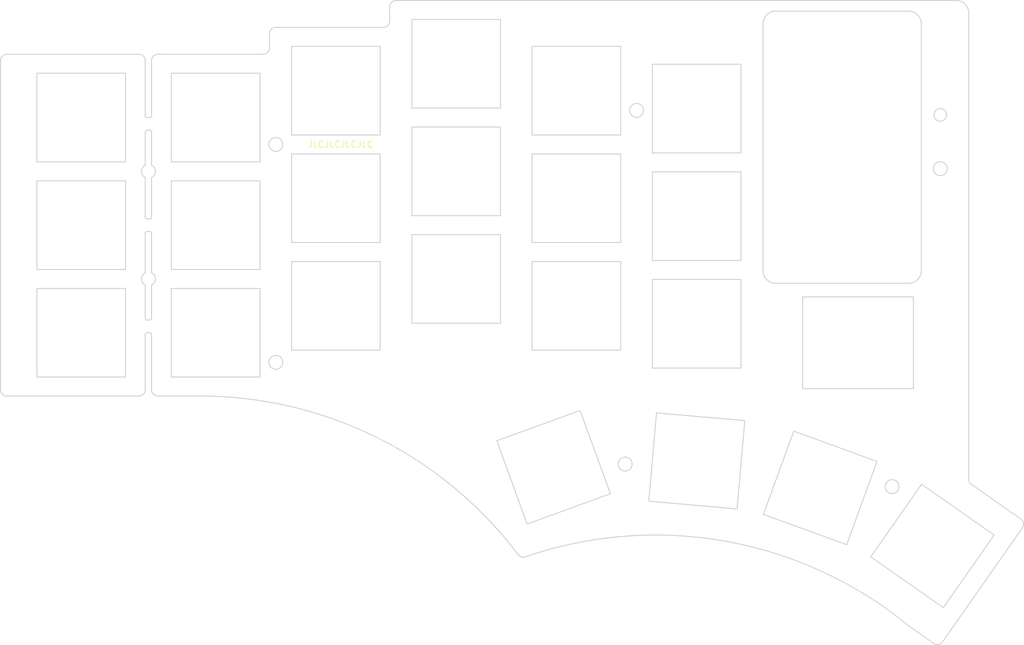
<source format=kicad_pcb>

            
(kicad_pcb (version 20221018) (generator pcbnew)

  (general
    (thickness 1.6)
  )

  (paper "A3")
  (title_block
    (title "porcupine_top_plate_horizontal_scroll")
    (rev "v2.0.1")
    (company "Anarion")
  )

  (layers
    (0 "F.Cu" signal)
    (31 "B.Cu" signal)
    (32 "B.Adhes" user "B.Adhesive")
    (33 "F.Adhes" user "F.Adhesive")
    (34 "B.Paste" user)
    (35 "F.Paste" user)
    (36 "B.SilkS" user "B.Silkscreen")
    (37 "F.SilkS" user "F.Silkscreen")
    (38 "B.Mask" user)
    (39 "F.Mask" user)
    (40 "Dwgs.User" user "User.Drawings")
    (41 "Cmts.User" user "User.Comments")
    (42 "Eco1.User" user "User.Eco1")
    (43 "Eco2.User" user "User.Eco2")
    (44 "Edge.Cuts" user)
    (45 "Margin" user)
    (46 "B.CrtYd" user "B.Courtyard")
    (47 "F.CrtYd" user "F.Courtyard")
    (48 "B.Fab" user)
    (49 "F.Fab" user)
  )

  (setup
    (last_trace_width 0.25)
    (trace_clearance 0.2)
    (zone_clearance 0.508)
    (zone_45_only no)
    (trace_min 0.2)
    (via_size 0.8)
    (via_drill 0.4)
    (via_min_size 0.4)
    (via_min_drill 0.3)
    (uvia_size 0.3)
    (uvia_drill 0.1)
    (uvias_allowed no)
    (uvia_min_size 0.2)
    (uvia_min_drill 0.1)
    (edge_width 0.05)
    (segment_width 0.2)
    (pcb_text_width 0.3)
    (pcb_text_size 1.5 1.5)
    (mod_edge_width 0.12)
    (mod_text_size 1 1)
    (mod_text_width 0.15)
    (pad_size 1.524 1.524)
    (pad_drill 0.762)
    (pad_to_mask_clearance 0.05)
    (aux_axis_origin 0 0)
    (visible_elements FFFFFF7F)
    (pcbplotparams
      (layerselection 0x00010fc_ffffffff)
      (plot_on_all_layers_selection 0x0000000_00000000)
      (disableapertmacros false)
      (usegerberextensions false)
      (usegerberattributes true)
      (usegerberadvancedattributes true)
      (creategerberjobfile true)
      (dashed_line_dash_ratio 12.000000)
      (dashed_line_gap_ratio 3.000000)
      (svgprecision 6)
      (plotframeref false)
      (viasonmask false)
      (mode 1)
      (useauxorigin false)
      (hpglpennumber 1)
      (hpglpenspeed 20)
      (hpglpendiameter 15.000000)
      (dxfpolygonmode true)
      (dxfimperialunits true)
      (dxfusepcbnewfont true)
      (psnegative false)
      (psa4output false)
      (plotreference true)
      (plotvalue true)
      (plotinvisibletext false)
      (sketchpadsonfab false)
      (subtractmaskfromsilk false)
      (outputformat 1)
      (mirror false)
      (drillshape 1)
      (scaleselection 1)
      (outputdirectory "")
    )
  )

            (net 0 "")
            
  (net_class Default "This is the default net class."
    (clearance 0.2)
    (trace_width 0.25)
    (via_dia 0.8)
    (via_drill 0.4)
    (uvia_dia 0.3)
    (uvia_drill 0.1)
    (add_net "")
  )

            
  (net_class Power "This is the power net class."
    (clearance 0.2)
    (trace_width 0.5)
    (via_dia 0.8)
    (via_drill 0.4)
    (uvia_dia 0.3)
    (uvia_drill 0.1)
    
  )

            
            (gr_text "JLCJLCJLCJLC" (at 185.75 120.25 0) (layer F.SilkS)
                (effects (font (size 1 1) (thickness 0.15) ) (justify left))
            )
        
            (gr_line (start 138.25 160) (end 159.125 160) (layer "Edge.Cuts") (width 0.15))
(gr_line (start 162.125 160) (end 168.74803921568628 160) (layer "Edge.Cuts") (width 0.15))
(gr_line (start 138.25 106) (end 159.125 106) (layer "Edge.Cuts") (width 0.15))
(gr_line (start 162.125 106) (end 178.75 106) (layer "Edge.Cuts") (width 0.15))
(gr_line (start 180.75 101.75) (end 197.75 101.75) (layer "Edge.Cuts") (width 0.15))
(gr_line (start 179.75 105) (end 179.75 102.75) (layer "Edge.Cuts") (width 0.15))
(gr_line (start 199.75 97.5) (end 288.25 97.5) (layer "Edge.Cuts") (width 0.15))
(gr_line (start 198.75 100.75) (end 198.75 98.5) (layer "Edge.Cuts") (width 0.15))
(gr_line (start 137.25 159) (end 137.25 107) (layer "Edge.Cuts") (width 0.15))
(gr_line (start 290.6764236 173.965851065496) (end 298.4777653965948 179.42840939297417) (layer "Edge.Cuts") (width 0.15))
(gr_line (start 286.10465934518083 198.842482747364) (end 298.7233409965948 180.82113779297424) (layer "Edge.Cuts") (width 0.15))
(gr_line (start 284.7119309451809 199.08805844736403) (end 280.84878675533037 196.38305586379494) (layer "Edge.Cuts") (width 0.15))
(gr_line (start 160.425 148) (end 160.825 148) (layer "Edge.Cuts") (width 0.15))
(gr_line (start 161.125 147.7) (end 161.125 142.4797959) (layer "Edge.Cuts") (width 0.15))
(gr_line (start 161.125 140.5202041) (end 161.125 134.3) (layer "Edge.Cuts") (width 0.15))
(gr_line (start 160.825 134) (end 160.425 134) (layer "Edge.Cuts") (width 0.15))
(gr_line (start 160.125 134.3) (end 160.125 140.5202041) (layer "Edge.Cuts") (width 0.15))
(gr_line (start 160.125 142.4797959) (end 160.125 147.7) (layer "Edge.Cuts") (width 0.15))
(gr_arc (start 160.825 148) (mid 161.03713203435595 147.91213203435595) (end 161.125 147.7) (layer "Edge.Cuts") (width 0.15))
(gr_arc (start 161.125 134.3) (mid 161.03713203435595 134.08786796564405) (end 160.825 134) (layer "Edge.Cuts") (width 0.15))
(gr_arc (start 160.425 134) (mid 160.21286796564405 134.08786796564405) (end 160.125 134.3) (layer "Edge.Cuts") (width 0.15))
(gr_arc (start 160.125 147.7) (mid 160.21286796564405 147.91213203435595) (end 160.425 148) (layer "Edge.Cuts") (width 0.15))
(gr_line (start 160.425 132) (end 160.825 132) (layer "Edge.Cuts") (width 0.15))
(gr_line (start 161.125 131.7) (end 161.125 125.4797959) (layer "Edge.Cuts") (width 0.15))
(gr_line (start 161.125 123.5202041) (end 161.125 118.3) (layer "Edge.Cuts") (width 0.15))
(gr_line (start 160.825 118) (end 160.425 118) (layer "Edge.Cuts") (width 0.15))
(gr_line (start 160.125 118.3) (end 160.125 123.5202041) (layer "Edge.Cuts") (width 0.15))
(gr_line (start 160.125 125.4797959) (end 160.125 131.7) (layer "Edge.Cuts") (width 0.15))
(gr_arc (start 160.825 132) (mid 161.03713203435595 131.91213203435595) (end 161.125 131.7) (layer "Edge.Cuts") (width 0.15))
(gr_arc (start 161.125 118.3) (mid 161.03713203435595 118.08786796564404) (end 160.825 118) (layer "Edge.Cuts") (width 0.15))
(gr_arc (start 160.425 118) (mid 160.21286796564405 118.08786796564404) (end 160.125 118.3) (layer "Edge.Cuts") (width 0.15))
(gr_arc (start 160.125 131.7) (mid 160.21286796564405 131.91213203435595) (end 160.425 132) (layer "Edge.Cuts") (width 0.15))
(gr_line (start 160.425 116) (end 160.825 116) (layer "Edge.Cuts") (width 0.15))
(gr_line (start 161.125 115.7) (end 161.125 107) (layer "Edge.Cuts") (width 0.15))
(gr_line (start 160.125 107) (end 160.125 115.7) (layer "Edge.Cuts") (width 0.15))
(gr_arc (start 160.825 116) (mid 161.03713203435595 115.91213203435596) (end 161.125 115.7) (layer "Edge.Cuts") (width 0.15))
(gr_arc (start 160.125 115.7) (mid 160.21286796564405 115.91213203435596) (end 160.425 116) (layer "Edge.Cuts") (width 0.15))
(gr_line (start 161.125 159) (end 161.125 150.3) (layer "Edge.Cuts") (width 0.15))
(gr_line (start 160.825 150) (end 160.425 150) (layer "Edge.Cuts") (width 0.15))
(gr_line (start 160.125 150.3) (end 160.125 159) (layer "Edge.Cuts") (width 0.15))
(gr_arc (start 161.125 150.3) (mid 161.03713203435595 150.08786796564405) (end 160.825 150) (layer "Edge.Cuts") (width 0.15))
(gr_arc (start 160.425 150) (mid 160.21286796564405 150.08786796564405) (end 160.125 150.3) (layer "Edge.Cuts") (width 0.15))
(gr_line (start 290.25 173.146699065496) (end 290.25 99.5) (layer "Edge.Cuts") (width 0.15))
(gr_arc (start 290.25 99.5) (mid 289.6642135623731 98.08578643762691) (end 288.25 97.5) (layer "Edge.Cuts") (width 0.15))
(gr_arc (start 219.05387094487844 185.07216631600198) (mid 196.85202700895798 166.61493036283633) (end 168.7480392156872 160.0000000305133) (layer "Edge.Cuts") (width 0.15))
(gr_arc (start 280.78664525441167 196.33582520144978) (mid 251.90794440985337 182.9652886276343) (end 220.1786587055026 185.41539871351006) (layer "Edge.Cuts") (width 0.15))
(gr_arc (start 159.125 160) (mid 159.83210678118655 159.70710678118655) (end 160.125 159) (layer "Edge.Cuts") (width 0.15))
(gr_arc (start 161.125 159) (mid 161.41789321881345 159.70710678118655) (end 162.125 160) (layer "Edge.Cuts") (width 0.15))
(gr_arc (start 219.0538709580178 185.07216630609523) (mid 219.56047866005002 185.42659628497486) (end 220.17865872213488 185.41539876169034) (layer "Edge.Cuts") (width 0.15))
(gr_arc (start 280.7866452896125 196.3358251587071) (mid 280.81725506373203 196.3600469932722) (end 280.8487868142165 196.38305577969675) (layer "Edge.Cuts") (width 0.15))
(gr_arc (start 284.71193095939736 199.0880584270608) (mid 285.4591555553984 199.25371409463668) (end 286.1046593919786 198.84248278013214) (layer "Edge.Cuts") (width 0.15))
(gr_arc (start 298.72334104339257 180.8211378257424) (mid 298.8889967488475 180.07391321099982) (end 298.47776542936293 179.4284093461764) (layer "Edge.Cuts") (width 0.15))
(gr_arc (start 290.25 173.146699065496) (mid 290.3629891678316 173.60844768067088) (end 290.6764235672319 173.96585111229376) (layer "Edge.Cuts") (width 0.15))
(gr_arc (start 199.75 97.5) (mid 199.04289321881345 97.79289321881345) (end 198.75 98.5) (layer "Edge.Cuts") (width 0.15))
(gr_arc (start 197.75 101.75) (mid 198.45710678118655 101.45710678118655) (end 198.75 100.75) (layer "Edge.Cuts") (width 0.15))
(gr_arc (start 180.75 101.75) (mid 180.04289321881345 102.04289321881345) (end 179.75 102.75) (layer "Edge.Cuts") (width 0.15))
(gr_arc (start 178.75 106) (mid 179.45710678118655 105.70710678118655) (end 179.75 105) (layer "Edge.Cuts") (width 0.15))
(gr_arc (start 162.125 106) (mid 161.41789321881345 106.29289321881345) (end 161.125 107) (layer "Edge.Cuts") (width 0.15))
(gr_arc (start 160.125 107) (mid 159.83210678118655 106.29289321881345) (end 159.125 106) (layer "Edge.Cuts") (width 0.15))
(gr_arc (start 138.25 106) (mid 137.54289321881345 106.29289321881345) (end 137.25 107) (layer "Edge.Cuts") (width 0.15))
(gr_arc (start 137.25 159) (mid 137.54289321881345 159.70710678118655) (end 138.25 160) (layer "Edge.Cuts") (width 0.15))
(gr_arc (start 161.12499999883124 125.4797958977097) (mid 161.725 124.5) (end 161.12499999883124 123.5202041022903) (layer "Edge.Cuts") (width 0.15))
(gr_arc (start 160.12500000116876 123.5202041022903) (mid 159.525 124.5) (end 160.12500000116876 125.4797958977097) (layer "Edge.Cuts") (width 0.15))
(gr_arc (start 161.12499999883124 142.4797958977097) (mid 161.725 141.5) (end 161.12499999883124 140.5202041022903) (layer "Edge.Cuts") (width 0.15))
(gr_arc (start 160.12500000116876 140.5202041022903) (mid 159.525 141.5) (end 160.12500000116876 142.4797958977097) (layer "Edge.Cuts") (width 0.15))
(gr_line (start 143 157) (end 157 157) (layer "Edge.Cuts") (width 0.15))
(gr_line (start 157 157) (end 157 143) (layer "Edge.Cuts") (width 0.15))
(gr_line (start 157 143) (end 143 143) (layer "Edge.Cuts") (width 0.15))
(gr_line (start 143 143) (end 143 157) (layer "Edge.Cuts") (width 0.15))
(gr_line (start 143 140) (end 157 140) (layer "Edge.Cuts") (width 0.15))
(gr_line (start 157 140) (end 157 126) (layer "Edge.Cuts") (width 0.15))
(gr_line (start 157 126) (end 143 126) (layer "Edge.Cuts") (width 0.15))
(gr_line (start 143 126) (end 143 140) (layer "Edge.Cuts") (width 0.15))
(gr_line (start 143 123) (end 157 123) (layer "Edge.Cuts") (width 0.15))
(gr_line (start 157 123) (end 157 109) (layer "Edge.Cuts") (width 0.15))
(gr_line (start 157 109) (end 143 109) (layer "Edge.Cuts") (width 0.15))
(gr_line (start 143 109) (end 143 123) (layer "Edge.Cuts") (width 0.15))
(gr_line (start 164.25 157) (end 178.25 157) (layer "Edge.Cuts") (width 0.15))
(gr_line (start 178.25 157) (end 178.25 143) (layer "Edge.Cuts") (width 0.15))
(gr_line (start 178.25 143) (end 164.25 143) (layer "Edge.Cuts") (width 0.15))
(gr_line (start 164.25 143) (end 164.25 157) (layer "Edge.Cuts") (width 0.15))
(gr_line (start 164.25 140) (end 178.25 140) (layer "Edge.Cuts") (width 0.15))
(gr_line (start 178.25 140) (end 178.25 126) (layer "Edge.Cuts") (width 0.15))
(gr_line (start 178.25 126) (end 164.25 126) (layer "Edge.Cuts") (width 0.15))
(gr_line (start 164.25 126) (end 164.25 140) (layer "Edge.Cuts") (width 0.15))
(gr_line (start 164.25 123) (end 178.25 123) (layer "Edge.Cuts") (width 0.15))
(gr_line (start 178.25 123) (end 178.25 109) (layer "Edge.Cuts") (width 0.15))
(gr_line (start 178.25 109) (end 164.25 109) (layer "Edge.Cuts") (width 0.15))
(gr_line (start 164.25 109) (end 164.25 123) (layer "Edge.Cuts") (width 0.15))
(gr_line (start 183.25 152.75) (end 197.25 152.75) (layer "Edge.Cuts") (width 0.15))
(gr_line (start 197.25 152.75) (end 197.25 138.75) (layer "Edge.Cuts") (width 0.15))
(gr_line (start 197.25 138.75) (end 183.25 138.75) (layer "Edge.Cuts") (width 0.15))
(gr_line (start 183.25 138.75) (end 183.25 152.75) (layer "Edge.Cuts") (width 0.15))
(gr_line (start 183.25 135.75) (end 197.25 135.75) (layer "Edge.Cuts") (width 0.15))
(gr_line (start 197.25 135.75) (end 197.25 121.75) (layer "Edge.Cuts") (width 0.15))
(gr_line (start 197.25 121.75) (end 183.25 121.75) (layer "Edge.Cuts") (width 0.15))
(gr_line (start 183.25 121.75) (end 183.25 135.75) (layer "Edge.Cuts") (width 0.15))
(gr_line (start 183.25 118.75) (end 197.25 118.75) (layer "Edge.Cuts") (width 0.15))
(gr_line (start 197.25 118.75) (end 197.25 104.75) (layer "Edge.Cuts") (width 0.15))
(gr_line (start 197.25 104.75) (end 183.25 104.75) (layer "Edge.Cuts") (width 0.15))
(gr_line (start 183.25 104.75) (end 183.25 118.75) (layer "Edge.Cuts") (width 0.15))
(gr_line (start 202.25 148.5) (end 216.25 148.5) (layer "Edge.Cuts") (width 0.15))
(gr_line (start 216.25 148.5) (end 216.25 134.5) (layer "Edge.Cuts") (width 0.15))
(gr_line (start 216.25 134.5) (end 202.25 134.5) (layer "Edge.Cuts") (width 0.15))
(gr_line (start 202.25 134.5) (end 202.25 148.5) (layer "Edge.Cuts") (width 0.15))
(gr_line (start 202.25 131.5) (end 216.25 131.5) (layer "Edge.Cuts") (width 0.15))
(gr_line (start 216.25 131.5) (end 216.25 117.5) (layer "Edge.Cuts") (width 0.15))
(gr_line (start 216.25 117.5) (end 202.25 117.5) (layer "Edge.Cuts") (width 0.15))
(gr_line (start 202.25 117.5) (end 202.25 131.5) (layer "Edge.Cuts") (width 0.15))
(gr_line (start 202.25 114.5) (end 216.25 114.5) (layer "Edge.Cuts") (width 0.15))
(gr_line (start 216.25 114.5) (end 216.25 100.5) (layer "Edge.Cuts") (width 0.15))
(gr_line (start 216.25 100.5) (end 202.25 100.5) (layer "Edge.Cuts") (width 0.15))
(gr_line (start 202.25 100.5) (end 202.25 114.5) (layer "Edge.Cuts") (width 0.15))
(gr_line (start 221.25 152.75) (end 235.25 152.75) (layer "Edge.Cuts") (width 0.15))
(gr_line (start 235.25 152.75) (end 235.25 138.75) (layer "Edge.Cuts") (width 0.15))
(gr_line (start 235.25 138.75) (end 221.25 138.75) (layer "Edge.Cuts") (width 0.15))
(gr_line (start 221.25 138.75) (end 221.25 152.75) (layer "Edge.Cuts") (width 0.15))
(gr_line (start 221.25 135.75) (end 235.25 135.75) (layer "Edge.Cuts") (width 0.15))
(gr_line (start 235.25 135.75) (end 235.25 121.75) (layer "Edge.Cuts") (width 0.15))
(gr_line (start 235.25 121.75) (end 221.25 121.75) (layer "Edge.Cuts") (width 0.15))
(gr_line (start 221.25 121.75) (end 221.25 135.75) (layer "Edge.Cuts") (width 0.15))
(gr_line (start 221.25 118.75) (end 235.25 118.75) (layer "Edge.Cuts") (width 0.15))
(gr_line (start 235.25 118.75) (end 235.25 104.75) (layer "Edge.Cuts") (width 0.15))
(gr_line (start 235.25 104.75) (end 221.25 104.75) (layer "Edge.Cuts") (width 0.15))
(gr_line (start 221.25 104.75) (end 221.25 118.75) (layer "Edge.Cuts") (width 0.15))
(gr_line (start 240.25 155.5833333) (end 254.25 155.5833333) (layer "Edge.Cuts") (width 0.15))
(gr_line (start 254.25 155.5833333) (end 254.25 141.5833333) (layer "Edge.Cuts") (width 0.15))
(gr_line (start 254.25 141.5833333) (end 240.25 141.5833333) (layer "Edge.Cuts") (width 0.15))
(gr_line (start 240.25 141.5833333) (end 240.25 155.5833333) (layer "Edge.Cuts") (width 0.15))
(gr_line (start 240.25 138.5833333) (end 254.25 138.5833333) (layer "Edge.Cuts") (width 0.15))
(gr_line (start 254.25 138.5833333) (end 254.25 124.58333329999999) (layer "Edge.Cuts") (width 0.15))
(gr_line (start 254.25 124.58333329999999) (end 240.25 124.58333329999999) (layer "Edge.Cuts") (width 0.15))
(gr_line (start 240.25 124.58333329999999) (end 240.25 138.5833333) (layer "Edge.Cuts") (width 0.15))
(gr_line (start 240.25 121.58333329999999) (end 254.25 121.58333329999999) (layer "Edge.Cuts") (width 0.15))
(gr_line (start 254.25 121.58333329999999) (end 254.25 107.58333329999999) (layer "Edge.Cuts") (width 0.15))
(gr_line (start 254.25 107.58333329999999) (end 240.25 107.58333329999999) (layer "Edge.Cuts") (width 0.15))
(gr_line (start 240.25 107.58333329999999) (end 240.25 121.58333329999999) (layer "Edge.Cuts") (width 0.15))
(gr_line (start 233.6219893 175.4337073) (end 228.83370730000001 162.2780107) (layer "Edge.Cuts") (width 0.15))
(gr_line (start 228.83370730000001 162.2780107) (end 215.67801070000002 167.0662927) (layer "Edge.Cuts") (width 0.15))
(gr_line (start 215.67801070000002 167.0662927) (end 220.4662927 180.2219893) (layer "Edge.Cuts") (width 0.15))
(gr_line (start 220.4662927 180.2219893) (end 233.6219893 175.4337073) (layer "Edge.Cuts") (width 0.15))
(gr_line (start 253.6363703 177.83572779999997) (end 254.8565507 163.88900199999998) (layer "Edge.Cuts") (width 0.15))
(gr_line (start 254.8565507 163.88900199999998) (end 240.9098249 162.6688216) (layer "Edge.Cuts") (width 0.15))
(gr_line (start 240.9098249 162.6688216) (end 239.68964449999999 176.6155474) (layer "Edge.Cuts") (width 0.15))
(gr_line (start 239.68964449999999 176.6155474) (end 253.6363703 177.83572779999997) (layer "Edge.Cuts") (width 0.15))
(gr_line (start 270.95921269999997 183.49024419999998) (end 275.7474947 170.33454759999998) (layer "Edge.Cuts") (width 0.15))
(gr_line (start 275.7474947 170.33454759999998) (end 262.5917981 165.5462656) (layer "Edge.Cuts") (width 0.15))
(gr_line (start 262.5917981 165.5462656) (end 257.80351609999997 178.7019622) (layer "Edge.Cuts") (width 0.15))
(gr_line (start 257.80351609999997 178.7019622) (end 270.95921269999997 183.49024419999998) (layer "Edge.Cuts") (width 0.15))
(gr_line (start 286.2282972 193.4355693) (end 294.2583673 181.9674406) (layer "Edge.Cuts") (width 0.15))
(gr_line (start 294.2583673 181.9674406) (end 282.7902386 173.9373705) (layer "Edge.Cuts") (width 0.15))
(gr_line (start 282.7902386 173.9373705) (end 274.7601685 185.40549919999998) (layer "Edge.Cuts") (width 0.15))
(gr_line (start 274.7601685 185.40549919999998) (end 286.2282972 193.4355693) (layer "Edge.Cuts") (width 0.15))
(gr_line (start 259.75 142.1833333) (end 280.75 142.1833333) (layer "Edge.Cuts") (width 0.15))
(gr_arc (start 280.75 142.1833333) (mid 282.1642135623731 141.5975468623731) (end 282.75 140.1833333) (layer "Edge.Cuts") (width 0.15))
(gr_line (start 282.75 140.1833333) (end 282.75 101.18333329999999) (layer "Edge.Cuts") (width 0.15))
(gr_arc (start 282.75 101.18333329999999) (mid 282.1642135623731 99.7691197376269) (end 280.75 99.18333329999999) (layer "Edge.Cuts") (width 0.15))
(gr_line (start 280.75 99.18333329999999) (end 259.75 99.18333329999999) (layer "Edge.Cuts") (width 0.15))
(gr_arc (start 259.75 99.18333329999999) (mid 258.3357864376269 99.7691197376269) (end 257.75 101.18333329999999) (layer "Edge.Cuts") (width 0.15))
(gr_line (start 257.75 101.18333329999999) (end 257.75 140.1833333) (layer "Edge.Cuts") (width 0.15))
(gr_arc (start 257.75 140.1833333) (mid 258.3357864376269 141.5975468623731) (end 259.75 142.1833333) (layer "Edge.Cuts") (width 0.15))
(gr_circle (center 180.75 120.25) (end 181.85 120.25) (layer "Edge.Cuts") (width 0.15))
(gr_circle (center 180.75 154.675) (end 181.85 154.675) (layer "Edge.Cuts") (width 0.15))
(gr_circle (center 237.75 114.86666665) (end 238.85 114.86666665) (layer "Edge.Cuts") (width 0.15))
(gr_circle (center 235.9615488 170.75113735) (end 237.0615488 170.75113735) (layer "Edge.Cuts") (width 0.15))
(gr_circle (center 285.75 124.08333329999999) (end 286.85 124.08333329999999) (layer "Edge.Cuts") (width 0.15))
(gr_circle (center 278.13582915 174.3125039) (end 279.23582915000003 174.3125039) (layer "Edge.Cuts") (width 0.15))
(gr_circle (center 285.75 115.58333329999999) (end 286.75 115.58333329999999) (layer "Edge.Cuts") (width 0.15))
(gr_line (start 264 158.8333333) (end 281.5 158.8333333) (layer "Edge.Cuts") (width 0.15))
(gr_line (start 281.5 158.8333333) (end 281.5 144.3333333) (layer "Edge.Cuts") (width 0.15))
(gr_line (start 281.5 144.3333333) (end 264 144.3333333) (layer "Edge.Cuts") (width 0.15))
(gr_line (start 264 144.3333333) (end 264 158.8333333) (layer "Edge.Cuts") (width 0.15))
            
)

        
</source>
